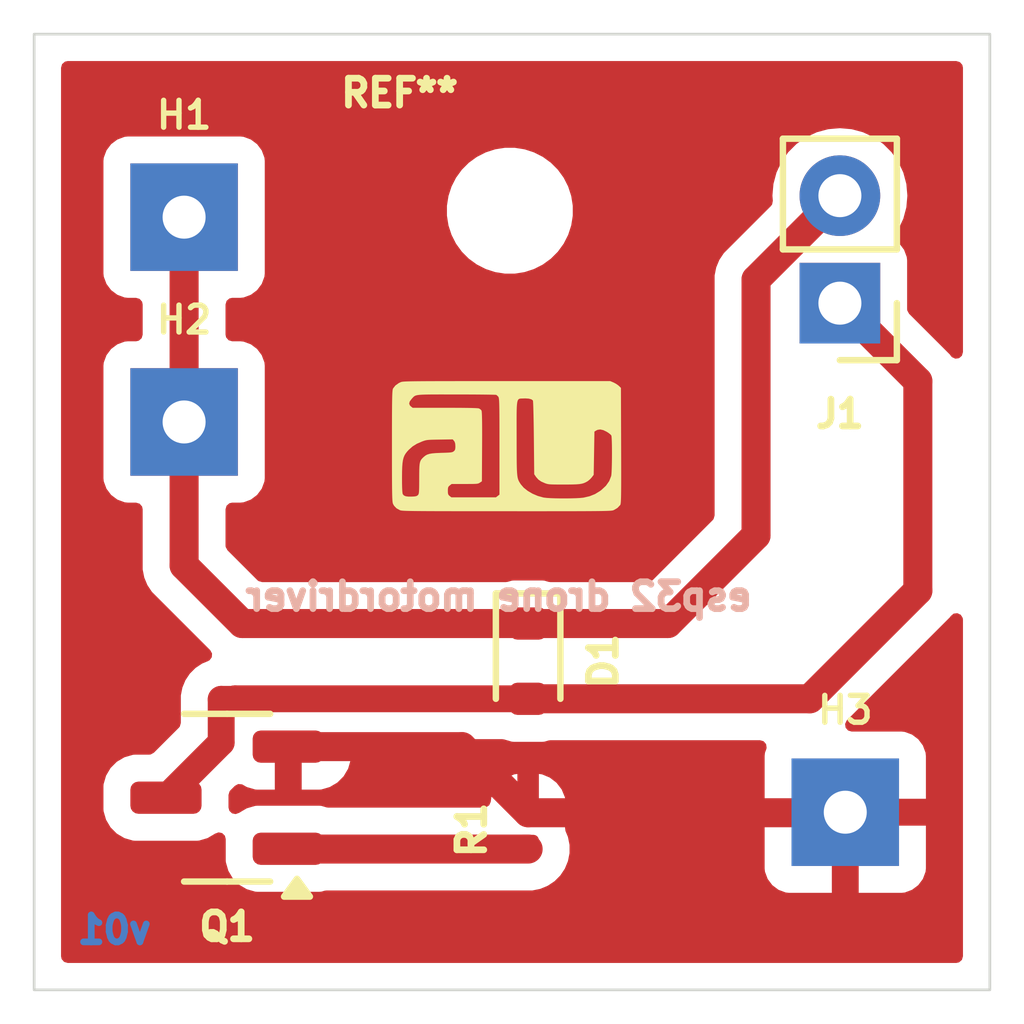
<source format=kicad_pcb>
(kicad_pcb (version 20240108) (generator "pcbnew") (generator_version "8.0")
  (title_block (title "esp32 drone motordriver") (date "2024-05-18") (rev "v01"))
  (layers (0 "F.Cu" jumper) (31 "B.Cu" signal) (34 "B.Paste" user) (35 "F.Paste" user) (36 "B.SilkS" user "B.Silkscreen") (37 "F.SilkS" user "F.Silkscreen") (38 "B.Mask" user) (39 "F.Mask" user) (44 "Edge.Cuts" user))
  (net 0 "")
  (net 1 "VDD")
  (net 2 "Net-(D1-A)")
  (net 3 "Net-(Q1-S)")
  (net 4 "Net-(Q1-G)")
  (footprint "Resistor_SMD:R_0201_0603Metric" (layer "F.Cu") (at 140 101.8 90)
    (property "Reference" "R1" (at 0 -1.05 -90) (layer "F.SilkS") (effects (font (size 0.5 0.5) (thickness 0.125))))
    (property "Value" "10K/1%")
    (pad "1" smd roundrect (at -0.32 0 90) (size 0.46 0.4) (layers "F.Cu" "F.Mask") (net 4 "Net-(Q1-G)"))
    (pad "2" smd roundrect (at 0.32 0 90) (size 0.46 0.4) (layers "F.Cu" "F.Mask") (net 3 "Net-(Q1-S)"))
  )
  (footprint "Library:H_Mounting_Pad_D0.8mm" (layer "F.Cu") (at 133.6 94.21)
    (property "Reference" "H2" (at 0 -1.9 0) (layer "F.SilkS") (effects (font (size 0.5 0.5) (thickness 0.1))))
    (property "Value" "CON1")
    (pad "1" thru_hole rect (at 0 0) (size 2 2) (drill 0.8) (layers "*.Cu" "*.Mask") (net 1 "VDD"))
  )
  (footprint "Diode_SMD:D_SOD-523" (layer "F.Cu") (at 140 98.66 -90)
    (property "Reference" "D1" (at 0 -1.397 90) (layer "F.SilkS") (effects (font (size 0.5 0.5) (thickness 0.125))))
    (property "Value" "1N4148WT")
    (fp_line (start 0.7 0.6) (end -1.26 0.6) (stroke (width 0.12)) (layer "F.SilkS"))
    (fp_line (start -1.26 -0.6) (end -1.26 0.6) (stroke (width 0.12)) (layer "F.SilkS"))
    (fp_line (start 0.7 -0.6) (end -1.26 -0.6) (stroke (width 0.12)) (layer "F.SilkS"))
    (pad "1" smd roundrect (at -0.7 0 90) (size 0.6 0.7) (layers "F.Cu" "F.Paste" "F.Mask") (net 1 "VDD"))
    (pad "2" smd roundrect (at 0.7 0 90) (size 0.6 0.7) (layers "F.Cu" "F.Paste" "F.Mask") (net 2 "Net-(D1-A)"))
  )
  (footprint "graphics:aumnatic_logo" (layer "F.Cu") (at 140.95 96)
    (property "Reference" "G***" (hide yes))
    (property "Value" "LOGO" (hide yes))
  )
  (footprint "MountingHole:MountingHole_2.1mm" (layer "F.Cu") (at 139.66 90.28)
    (property "Reference" "REF**" (at -2.05 -2.19 0) (layer "F.SilkS") (effects (font (size 0.5 0.5) (thickness 0.125))))
    (property "Value" "MountingHole_2.1mm")
    (pad "" np_thru_hole circle (at 0 0) (size 2.1 2.1) (drill 2.1) (layers "*.Cu" "*.Mask"))
  )
  (footprint "graphics:aumnatic logo" (layer "F.Cu") (at 139.6 94.65)
    (property "Reference" "G***" (hide yes))
    (property "Value" "LOGO" (hide yes))
    (fp_poly (pts (xy 1.986873 -1.175389) (xy 2.032476 -1.151819) (xy 2.075094 -1.122441) (xy 2.086667 -1.112354) (xy 2.126667 -1.074092) (xy 2.130183 0.001198) (xy 2.130718 0.176189) (xy 2.131101 0.33165) (xy 2.131315 0.468742) (xy 2.131343 0.588625) (xy 2.131167 0.692462) (xy 2.130771 0.781414) (xy 2.130137 0.856642) (xy 2.129247 0.919308) (xy 2.128086 0.970573) (xy 2.126634 1.011599) (xy 2.124876 1.043547) (xy 2.122794 1.067578) (xy 2.12037 1.084854) (xy 2.117588 1.096536) (xy 2.114431 1.103787) (xy 2.113829 1.1047) (xy 2.061941 1.159568) (xy 1.99597 1.198483) (xy 1.984607 1.202946) (xy 1.976703 1.205406) (xy 1.966148 1.20763) (xy 1.951639 1.20963) (xy 1.931874 1.211417) (xy 1.905551 1.213001) (xy 1.871367 1.214396) (xy 1.828021 1.215612) (xy 1.774211 1.216661) (xy 1.708635 1.217553) (xy 1.62999 1.218302) (xy 1.536975 1.218917) (xy 1.428286 1.219411) (xy 1.302624 1.219795) (xy 1.158684 1.22008) (xy 0.995165 1.220277) (xy 0.810766 1.220399) (xy 0.604183 1.220457) (xy 0.374115 1.220462) (xy 0.11926 1.220425) (xy -0.002015 1.220398) (xy -0.267687 1.220328) (xy -0.507999 1.22024) (xy -0.724257 1.220121) (xy -0.917768 1.219959) (xy -1.089838 1.219739) (xy -1.241773 1.219451) (xy -1.37488 1.219079) (xy -1.490465 1.218612) (xy -1.589835 1.218037) (xy -1.674296 1.21734) (xy -1.745154 1.216508) (xy -1.803717 1.215529) (xy -1.85129 1.21439) (xy -1.88918 1.213077) (xy -1.918693 1.211578) (xy -1.941135 1.209879) (xy -1.957814 1.207968) (xy -1.970035 1.205832) (xy -1.979105 1.203458) (xy -1.98633 1.200832) (xy -1.986667 1.200694) (xy -2.048065 1.166838) (xy -2.092122 1.121252) (xy -2.111305 1.088732) (xy -2.114933 1.080053) (xy -2.118144 1.068621) (xy -2.120962 1.053205) (xy -2.123413 1.032573) (xy -2.125522 1.005493) (xy -2.127314 0.970735) (xy -2.128814 0.927067) (xy -2.130048 0.873257) (xy -2.131039 0.808075) (xy -2.131815 0.730289) (xy -2.132399 0.638667) (xy -2.132542 0.602181) (xy -1.946198 0.602181) (xy -1.945761 0.701544) (xy -1.944092 0.78175) (xy -1.94121 0.84242) (xy -1.937133 0.883176) (xy -1.931877 0.903642) (xy -1.931812 0.903754) (xy -1.910346 0.927752) (xy -1.876984 0.942278) (xy -1.826886 0.948664) (xy -1.768396 0.948713) (xy -1.716835 0.94603) (xy -1.684254 0.940762) (xy -1.662988 0.931144) (xy -1.651729 0.921847) (xy -1.644292 0.913409) (xy -1.638479 0.902393) (xy -1.634088 0.886336) (xy -1.630918 0.862774) (xy -1.628768 0.829246) (xy -1.627435 0.783287) (xy -1.62672 0.722434) (xy -1.626419 0.644226) (xy -1.626374 0.611868) (xy -1.626082 0.520932) (xy -1.625038 0.448014) (xy -1.622681 0.390442) (xy -1.618451 0.345541) (xy -1.611786 0.310638) (xy -1.602126 0.283061) (xy -1.58891 0.260135) (xy -1.571576 0.239187) (xy -1.549564 0.217544) (xy -1.542217 0.210747) (xy -1.511361 0.185702) (xy -1.477919 0.167063) (xy -1.437207 0.153758) (xy -1.384543 0.144712) (xy -1.315242 0.138854) (xy -1.224621 0.135109) (xy -1.210349 0.134703) (xy -1.133387 0.132379) (xy -1.078412 0.129913) (xy -1.04075 0.126709) (xy -1.015727 0.12217) (xy -0.998671 0.115701) (xy -0.984907 0.106706) (xy -0.983745 0.10581) (xy -0.966894 0.089351) (xy -0.957629 0.068839) (xy -0.953871 0.037867) (xy -0.953396 0.012282) (xy -0.956568 -0.036525) (xy -0.967091 -0.07066) (xy -0.977795 -0.08674) (xy -1.002256 -0.115752) (xy -1.244462 -0.112194) (xy -1.330592 -0.11083) (xy -1.394995 -0.109281) (xy -1.442603 -0.107009) (xy -1.478351 -0.103476) (xy -1.507175 -0.098147) (xy -1.534007 -0.090485) (xy -1.563784 -0.079951) (xy -1.573333 -0.076409) (xy -1.670583 -0.03409) (xy -1.74967 0.015194) (xy -1.817991 0.075625) (xy -1.85151 0.11195) (xy -1.878683 0.146957) (xy -1.900165 0.183332) (xy -1.916609 0.223761) (xy -1.928668 0.270928) (xy -1.936998 0.327519) (xy -1.942251 0.39622) (xy -1.945081 0.479715) (xy -1.946143 0.580691) (xy -1.946198 0.602181) (xy -2.132542 0.602181) (xy -2.132816 0.531978) (xy -2.133093 0.408991) (xy -2.133254 0.268475) (xy -2.133324 0.109197) (xy -2.133334 0.009805) (xy -2.133297 -0.161431) (xy -2.133173 -0.313183) (xy -2.132937 -0.446659) (xy -2.132567 -0.563069) (xy -2.132039 -0.66362) (xy -2.131329 -0.749522) (xy -2.130902 -0.783389) (xy -1.812985 -0.783389) (xy -1.80053 -0.748627) (xy -1.780606 -0.728939) (xy -1.747879 -0.703544) (xy -1.1479 -0.703544) (xy -0.985055 -0.70333) (xy -0.847946 -0.702678) (xy -0.735651 -0.701571) (xy -0.647245 -0.699992) (xy -0.581804 -0.697923) (xy -0.538404 -0.695348) (xy -0.516121 -0.692249) (xy -0.514862 -0.691855) (xy -0.484652 -0.673417) (xy -0.467269 -0.65294) (xy -0.463945 -0.63814) (xy -0.46119 -0.606885) (xy -0.458992 -0.558603) (xy -0.457344 -0.492719) (xy -0.456235 -0.408661) (xy -0.455657 -0.305857) (xy -0.455599 -0.183732) (xy -0.456054 -0.041715) (xy -0.456367 0.019123) (xy -0.46 0.663959) (xy -0.49741 0.688924) (xy -0.511532 0.697744) (xy -0.526328 0.704196) (xy -0.545966 0.708651) (xy -0.574614 0.711478) (xy -0.616442 0.713046) (xy -0.675617 0.713726) (xy -0.756306 0.713888) (xy -0.778926 0.71389) (xy -1.02303 0.71389) (xy -1.058182 0.741167) (xy -1.077204 0.758314) (xy -1.08783 0.776916) (xy -1.092418 0.803599) (xy -1.093333 0.839926) (xy -1.092071 0.87986) (xy -1.086823 0.905629) (xy -1.0754 0.923715) (xy -1.060606 0.936804) (xy -1.027879 0.9622) (xy -0.613333 0.9622) (xy -0.198788 0.9622) (xy -0.166061 0.936804) (xy -0.133333 0.911409) (xy -0.133333 0.013119) (xy -0.133363 -0.144585) (xy -0.133475 -0.282903) (xy -0.133699 -0.403144) (xy -0.134019 -0.492842) (xy 0.185772 -0.492842) (xy 0.185861 -0.38673) (xy 0.186155 -0.26259) (xy 0.186382 -0.137614) (xy 0.186545 0.003665) (xy 0.186793 0.125879) (xy 0.18727 0.230655) (xy 0.188123 0.31962) (xy 0.189498 0.394403) (xy 0.191542 0.45663) (xy 0.1944 0.507928) (xy 0.198218 0.549926) (xy 0.203144 0.58425) (xy 0.209323 0.612528) (xy 0.216901 0.636386) (xy 0.226024 0.657454) (xy 0.236839 0.677357) (xy 0.249492 0.697723) (xy 0.263327 0.718951) (xy 0.317481 0.78233) (xy 0.392285 0.841992) (xy 0.481722 0.894493) (xy 0.579778 0.936387) (xy 0.680437 0.96423) (xy 0.696835 0.967227) (xy 0.747802 0.973039) (xy 0.819616 0.97745) (xy 0.906516 0.980458) (xy 1.002744 0.98206) (xy 1.10254 0.982254) (xy 1.200144 0.981036) (xy 1.289797 0.978405) (xy 1.36574 0.974357) (xy 1.422213 0.96889) (xy 1.431066 0.96756) (xy 1.544665 0.941425) (xy 1.644493 0.901413) (xy 1.737563 0.844535) (xy 1.761395 0.826711) (xy 1.847458 0.746743) (xy 1.908828 0.659514) (xy 1.94513 0.565561) (xy 1.945567 0.563747) (xy 1.949265 0.537932) (xy 1.952427 0.495756) (xy 1.955044 0.440235) (xy 1.957107 0.374385) (xy 1.958605 0.30122) (xy 1.959528 0.223756) (xy 1.959867 0.145009) (xy 1.959613 0.067994) (xy 1.958755 -0.004274) (xy 1.957283 -0.06878) (xy 1.955188 -0.122509) (xy 1.95246 -0.162444) (xy 1.94909 -0.185571) (xy 1.948006 -0.188672) (xy 1.931519 -0.207412) (xy 1.900182 -0.232411) (xy 1.863441 -0.256596) (xy 1.798852 -0.288144) (xy 1.742103 -0.300375) (xy 1.691976 -0.293433) (xy 1.66481 -0.280275) (xy 1.633333 -0.26051) (xy 1.626667 0.141334) (xy 1.62 0.543177) (xy 1.583994 0.590703) (xy 1.55286 0.624875) (xy 1.516003 0.65604) (xy 1.500873 0.666114) (xy 1.467868 0.684271) (xy 1.435186 0.69824) (xy 1.398774 0.708557) (xy 1.354581 0.715756) (xy 1.298553 0.720373) (xy 1.226637 0.722944) (xy 1.134782 0.724004) (xy 1.061657 0.724135) (xy 0.967449 0.723996) (xy 0.895709 0.723456) (xy 0.842237 0.722214) (xy 0.802834 0.71997) (xy 0.773302 0.716425) (xy 0.749442 0.711278) (xy 0.727055 0.704229) (xy 0.713333 0.699241) (xy 0.642926 0.66819) (xy 0.591259 0.63258) (xy 0.550441 0.586783) (xy 0.545247 0.579389) (xy 0.513333 0.532831) (xy 0.506667 -0.144847) (xy 0.505355 -0.261749) (xy 0.503798 -0.372784) (xy 0.50204 -0.476182) (xy 0.500125 -0.570173) (xy 0.498099 -0.652988) (xy 0.496006 -0.722857) (xy 0.493892 -0.778011) (xy 0.491801 -0.816678) (xy 0.489778 -0.837091) (xy 0.489042 -0.839684) (xy 0.461149 -0.861055) (xy 0.412265 -0.874221) (xy 0.346339 -0.878304) (xy 0.319513 -0.877399) (xy 0.293692 -0.876528) (xy 0.271397 -0.876073) (xy 0.252371 -0.874618) (xy 0.236359 -0.870741) (xy 0.223107 -0.863026) (xy 0.212358 -0.850053) (xy 0.203858 -0.830403) (xy 0.19735 -0.802658) (xy 0.19258 -0.765398) (xy 0.189293 -0.717206) (xy 0.187232 -0.656661) (xy 0.186144 -0.582346) (xy 0.185772 -0.492842) (xy -0.134019 -0.492842) (xy -0.134068 -0.506613) (xy -0.134615 -0.594619) (xy -0.13537 -0.668469) (xy -0.136366 -0.72947) (xy -0.137635 -0.778929) (xy -0.139209 -0.818153) (xy -0.141119 -0.84845) (xy -0.143398 -0.871127) (xy -0.146077 -0.88749) (xy -0.149189 -0.898848) (xy -0.152765 -0.906508) (xy -0.155894 -0.910753) (xy -0.176799 -0.931798) (xy -0.192561 -0.943935) (xy -0.208199 -0.945368) (xy -0.248024 -0.946718) (xy -0.309555 -0.947959) (xy -0.390311 -0.949067) (xy -0.487813 -0.950014) (xy -0.599579 -0.950775) (xy -0.723131 -0.951324) (xy -0.855986 -0.951634) (xy -0.9337 -0.951695) (xy -1.094344 -0.951793) (xy -1.230538 -0.951866) (xy -1.344496 -0.951698) (xy -1.438433 -0.951072) (xy -1.514564 -0.949772) (xy -1.575104 -0.947581) (xy -1.622268 -0.944282) (xy -1.658271 -0.939659) (xy -1.685327 -0.933496) (xy -1.705651 -0.925574) (xy -1.721459 -0.915679) (xy -1.734965 -0.903593) (xy -1.748384 -0.8891) (xy -1.763931 -0.871982) (xy -1.765472 -0.870347) (xy -1.801352 -0.823458) (xy -1.812985 -0.783389) (xy -2.130902 -0.783389) (xy -2.130415 -0.821983) (xy -2.129272 -0.882212) (xy -2.127879 -0.931416) (xy -2.126211 -0.970806) (xy -2.124245 -1.001588) (xy -2.121958 -1.024972) (xy -2.119326 -1.042167) (xy -2.116326 -1.054381) (xy -2.112935 -1.062822) (xy -2.112626 -1.063407) (xy -2.06903 -1.118824) (xy -2.005599 -1.164042) (xy -1.970531 -1.180418) (xy -1.963097 -1.183132) (xy -1.954194 -1.185586) (xy -1.94251 -1.187793) (xy -1.926729 -1.189765) (xy -1.905538 -1.191515) (xy -1.877622 -1.193058) (xy -1.841667 -1.194405) (xy -1.796359 -1.195571) (xy -1.740383 -1.196568) (xy -1.672425 -1.197409) (xy -1.59117 -1.198109) (xy -1.495306 -1.198678) (xy -1.383516 -1.199132) (xy -1.254488 -1.199483) (xy -1.106906 -1.199744) (xy -0.939457 -1.199928) (xy -0.750825 -1.200049) (xy -0.539698 -1.20012) (xy -0.30476 -1.200153) (xy -0.044698 -1.200163) (xy 0.003008 -1.200163) (xy 1.927079 -1.200163)) (fill solid) (layer "F.SilkS"))
  )
  (footprint "Library:H_Mounting_Pad_D0.8mm" (layer "F.Cu") (at 145.9 101.47)
    (property "Reference" "H3" (at 0 -1.9 0) (layer "F.SilkS") (effects (font (size 0.5 0.5) (thickness 0.1))))
    (property "Value" "CON3")
    (pad "1" thru_hole rect (at 0 0) (size 2 2) (drill 0.8) (layers "*.Cu" "*.Mask") (net 3 "Net-(Q1-S)"))
  )
  (footprint "Connector_PinHeader_2.00mm:PinHeader_1x02_P2.00mm_Vertical" (layer "F.Cu") (at 145.8 92 180)
    (property "Reference" "J1" (at 0 -2.06 180) (layer "F.SilkS") (effects (font (size 0.5 0.5) (thickness 0.125))))
    (property "Value" "CON2-SB-ZH")
    (fp_line (start 1.06 1) (end 1.06 3.06) (stroke (width 0.12)) (layer "F.SilkS"))
    (fp_line (start -1.06 3.06) (end 1.06 3.06) (stroke (width 0.12)) (layer "F.SilkS"))
    (fp_line (start -1.06 1) (end 1.06 1) (stroke (width 0.12)) (layer "F.SilkS"))
    (fp_line (start -1.06 1) (end -1.06 3.06) (stroke (width 0.12)) (layer "F.SilkS"))
    (fp_line (start -1.06 0) (end -1.06 -1.06) (stroke (width 0.12)) (layer "F.SilkS"))
    (fp_line (start -1.06 -1.06) (end 0 -1.06) (stroke (width 0.12)) (layer "F.SilkS"))
    (pad "1" thru_hole rect (at 0 0 180) (size 1.5 1.5) (drill 0.8) (layers "*.Cu" "*.Mask") (net 2 "Net-(D1-A)"))
    (pad "2" thru_hole oval (at 0 2 180) (size 1.5 1.5) (drill 0.8) (layers "*.Cu" "*.Mask") (net 1 "VDD"))
  )
  (footprint "Package_TO_SOT_SMD:SOT-23-3" (layer "F.Cu") (at 134.4 101.2 180)
    (property "Reference" "Q1" (at 0 -2.4 180) (layer "F.SilkS") (effects (font (size 0.5 0.5) (thickness 0.125))))
    (property "Value" "IRLML6344TRPBF")
    (fp_line (start 0 1.56) (end 0.8 1.56) (stroke (width 0.12)) (layer "F.SilkS"))
    (fp_line (start 0 1.56) (end -0.8 1.56) (stroke (width 0.12)) (layer "F.SilkS"))
    (fp_line (start 0 -1.56) (end 0.8 -1.56) (stroke (width 0.12)) (layer "F.SilkS"))
    (fp_line (start 0 -1.56) (end -0.8 -1.56) (stroke (width 0.12)) (layer "F.SilkS"))
    (fp_poly (pts (xy -1.3 -1.51) (xy -1.54 -1.84) (xy -1.06 -1.84) (xy -1.3 -1.51)) (stroke (width 0.12)) (fill solid) (layer "F.SilkS"))
    (pad "1" smd roundrect (at -1.1375 -0.95 180) (size 1.325 0.6) (layers "F.Cu" "F.Paste" "F.Mask") (net 4 "Net-(Q1-G)"))
    (pad "2" smd roundrect (at -1.1375 0.95 180) (size 1.325 0.6) (layers "F.Cu" "F.Paste" "F.Mask") (net 3 "Net-(Q1-S)"))
    (pad "3" smd roundrect (at 1.1375 0 180) (size 1.325 0.6) (layers "F.Cu" "F.Paste" "F.Mask") (net 2 "Net-(D1-A)"))
  )
  (footprint "Library:H_Mounting_Pad_D0.8mm" (layer "F.Cu") (at 133.6 90.4)
    (property "Reference" "H1" (at 0 -1.9 0) (layer "F.SilkS") (effects (font (size 0.5 0.5) (thickness 0.1))))
    (property "Value" "CON1")
    (pad "1" thru_hole rect (at 0 0) (size 2 2) (drill 0.8) (layers "*.Cu" "*.Mask") (net 1 "VDD"))
  )
  (gr_rect (start 130.81 86.995) (end 148.59 104.775) (stroke (width 0.05)) (fill none) (layer "Edge.Cuts"))
  (gr_text "v01" (at 133.05 103.95 0) (layer "B.Cu") (effects (font (size 0.5 0.5) (thickness 0.125) (bold yes)) (justify left bottom mirror)))
  (gr_text "esp32 drone motordriver" (at 139.45 97.75 0) (layer "B.SilkS") (effects (font (size 0.5 0.5) (thickness 0.125) (bold yes)) (justify bottom mirror)))
  (segment (start 144.24 96.32) (end 144.24 91.56) (width 0.54) (layer "F.Cu") (net 1))
  (segment (start 142.6 97.96) (end 144.24 96.32) (width 0.54) (layer "F.Cu") (net 1))
  (segment (start 133.6 94.21) (end 133.6 96.88) (width 0.54) (layer "F.Cu") (net 1))
  (segment (start 134.68 97.96) (end 140 97.96) (width 0.54) (layer "F.Cu") (net 1))
  (segment (start 145.8 90) (end 144.24 91.56) (width 0.54) (layer "F.Cu") (net 1))
  (segment (start 140 97.96) (end 142.6 97.96) (width 0.54) (layer "F.Cu") (net 1))
  (segment (start 133.6 96.88) (end 134.68 97.96) (width 0.54) (layer "F.Cu") (net 1))
  (segment (start 133.6 90.4) (end 133.6 94.21) (width 0.54) (layer "F.Cu") (net 1))
  (segment (start 134.29 100.1725) (end 134.29 99.37) (width 0.5) (layer "F.Cu") (net 2))
  (segment (start 140 99.36) (end 145.24 99.36) (width 0.54) (layer "F.Cu") (net 2))
  (segment (start 133.2625 101.2) (end 134.29 100.1725) (width 0.5) (layer "F.Cu") (net 2))
  (segment (start 134.54 99.37) (end 134.55 99.36) (width 0.5) (layer "F.Cu") (net 2))
  (segment (start 134.55 99.36) (end 140 99.36) (width 0.5) (layer "F.Cu") (net 2))
  (segment (start 134.29 99.37) (end 134.54 99.37) (width 0.5) (layer "F.Cu") (net 2))
  (segment (start 147.25 97.35) (end 147.25 93.45) (width 0.54) (layer "F.Cu") (net 2))
  (segment (start 145.24 99.36) (end 147.25 97.35) (width 0.54) (layer "F.Cu") (net 2))
  (segment (start 145.8 92) (end 147.25 93.45) (width 0.54) (layer "F.Cu") (net 2))
  (segment (start 135.5375 100.25) (end 138.77 100.25) (width 0.54) (layer "F.Cu") (net 3))
  (segment (start 145.89 101.48) (end 145.9 101.47) (width 0.1778) (layer "F.Cu") (net 3))
  (segment (start 138.77 100.25) (end 140 101.48) (width 0.54) (layer "F.Cu") (net 3))
  (segment (start 140 101.48) (end 145.89 101.48) (width 0.54) (layer "F.Cu") (net 3))
  (segment (start 135.5431 102.1556) (end 140 102.1556) (width 0.54) (layer "F.Cu") (net 4))
  (segment (start 135.5375 102.15) (end 135.5431 102.1556) (width 0.1778) (layer "F.Cu") (net 4))
  (zone (net 3) (net_name "Net-(Q1-S)") (layer "F.Cu") (connect_pads (clearance 0.5)) (min_thickness 0.25) (fill yes (thermal_gap 0.5) (thermal_bridge_width 0.5))
    (polygon (pts (xy 130.175 86.36) (xy 149.225 86.36) (xy 149.225 105.41) (xy 130.175 105.41)))
  )
)
</source>
